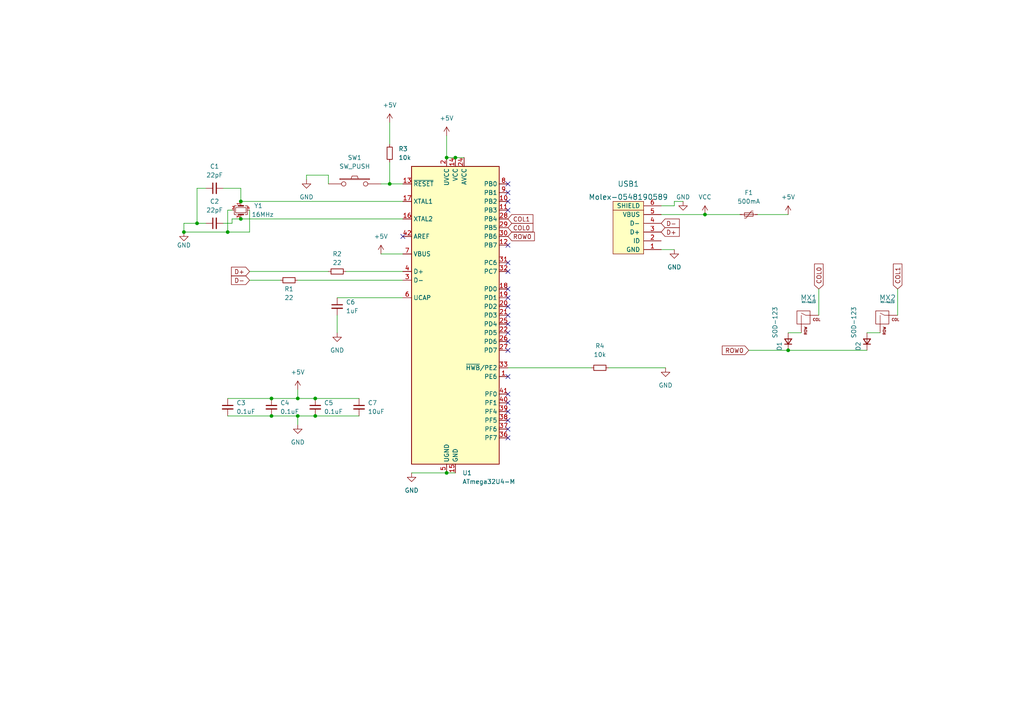
<source format=kicad_sch>
(kicad_sch (version 20211123) (generator eeschema)
  (paper "A4")
  (lib_symbols
    (symbol "Device:C_Small" (pin_numbers hide) (pin_names (offset 0.254) hide)
      (property "Reference" "C" (at 0.254 1.778 0))
      (property "Value" "C_Small" (at 0.254 -2.032 0))
      (symbol "C_Small_0_1"
        (polyline (pts (xy -1.524 -0.508) (xy 1.524 -0.508)) (stroke (width 0.3302)))
        (polyline (pts (xy -1.524 0.508) (xy 1.524 0.508)) (stroke (width 0.3048)))
      )
      (symbol "C_Small_1_1"
        (pin passive line (at 0 2.54 270) (length 2.032) (name "~") (number "1"))
        (pin passive line (at 0 -2.54 90) (length 2.032) (name "~") (number "2"))
      )
    )
    (symbol "Device:Crystal_GND24_Small" (pin_names (offset 1.016) hide)
      (property "Reference" "Y" (at 1.27 4.445 0))
      (property "Value" "Crystal_GND24_Small" (at 1.27 2.54 0))
      (symbol "Crystal_GND24_Small_0_1"
        (rectangle (start -0.762 -1.524) (end 0.762 1.524))
        (polyline (pts (xy -1.27 -0.762) (xy -1.27 0.762)) (stroke (width 0.381)))
        (polyline (pts (xy 1.27 -0.762) (xy 1.27 0.762)) (stroke (width 0.381)))
        (polyline (pts (xy -1.27 -1.27) (xy -1.27 -1.905) (xy 1.27 -1.905) (xy 1.27 -1.27)))
        (polyline (pts (xy -1.27 1.27) (xy -1.27 1.905) (xy 1.27 1.905) (xy 1.27 1.27)))
      )
      (symbol "Crystal_GND24_Small_1_1"
        (pin passive line (at -2.54 0 0) (length 1.27) (name "1") (number "1"))
        (pin passive line (at 0 -2.54 90) (length 0.635) (name "2") (number "2"))
        (pin passive line (at 2.54 0 180) (length 1.27) (name "3") (number "3"))
        (pin passive line (at 0 2.54 270) (length 0.635) (name "4") (number "4"))
      )
    )
    (symbol "Device:D_Small" (pin_numbers hide) (pin_names (offset 0.254) hide)
      (property "Reference" "D" (at -1.27 2.032 0))
      (property "Value" "D_Small" (at -3.81 -2.032 0))
      (symbol "D_Small_0_1"
        (polyline (pts (xy -0.762 -1.016) (xy -0.762 1.016)) (stroke (width 0.254)))
        (polyline (pts (xy -0.762 0) (xy 0.762 0)))
        (polyline (pts (xy 0.762 -1.016) (xy -0.762 0) (xy 0.762 1.016) (xy 0.762 -1.016)) (stroke (width 0.254)))
      )
      (symbol "D_Small_1_1"
        (pin passive line (at -2.54 0 0) (length 1.778) (name "K") (number "1"))
        (pin passive line (at 2.54 0 180) (length 1.778) (name "A") (number "2"))
      )
    )
    (symbol "Device:Polyfuse_Small" (pin_numbers hide) (pin_names (offset 0))
      (property "Reference" "F" (at -1.905 0 90))
      (property "Value" "Polyfuse_Small" (at 1.905 0 90))
      (symbol "Polyfuse_Small_0_1"
        (rectangle (start -0.508 1.27) (end 0.508 -1.27))
        (polyline (pts (xy 0 2.54) (xy 0 -2.54)))
        (polyline (pts (xy -1.016 1.27) (xy -1.016 0.762) (xy 1.016 -0.762) (xy 1.016 -1.27)))
      )
      (symbol "Polyfuse_Small_1_1"
        (pin passive line (at 0 2.54 270) (length 0.635) (name "~") (number "1"))
        (pin passive line (at 0 -2.54 90) (length 0.635) (name "~") (number "2"))
      )
    )
    (symbol "Device:R_Small" (pin_numbers hide) (pin_names (offset 0.254) hide)
      (property "Reference" "R" (at 0.762 0.508 0))
      (property "Value" "R_Small" (at 0.762 -1.016 0))
      (symbol "R_Small_0_1"
        (rectangle (start -0.762 1.778) (end 0.762 -1.778) (stroke (width 0.2032)))
      )
      (symbol "R_Small_1_1"
        (pin passive line (at 0 2.54 270) (length 0.762) (name "~") (number "1"))
        (pin passive line (at 0 -2.54 90) (length 0.762) (name "~") (number "2"))
      )
    )
    (symbol "MCU_Microchip_ATmega:ATmega32U4-A"
      (property "Reference" "U" (at -12.7 44.45 0))
      (property "Value" "ATmega32U4-A" (at 2.54 -44.45 0))
      (symbol "ATmega32U4-A_0_1"
        (rectangle (start -12.7 -43.18) (end 12.7 43.18) (stroke (width 0.254)) (fill (type background)))
      )
      (symbol "ATmega32U4-A_1_1"
        (pin bidirectional line (at 15.24 -17.78 180) (length 2.54) (name "PE6") (number "1"))
        (pin bidirectional line (at 15.24 33.02 180) (length 2.54) (name "PB2") (number "10"))
        (pin bidirectional line (at 15.24 30.48 180) (length 2.54) (name "PB3") (number "11"))
        (pin bidirectional line (at 15.24 20.32 180) (length 2.54) (name "PB7") (number "12"))
        (pin input line (at -15.24 38.1 0) (length 2.54) (name "~{RESET}") (number "13"))
        (pin power_in line (at 0 45.72 270) (length 2.54) (name "VCC") (number "14"))
        (pin power_in line (at 0 -45.72 90) (length 2.54) (name "GND") (number "15"))
        (pin output line (at -15.24 27.94 0) (length 2.54) (name "XTAL2") (number "16"))
        (pin input line (at -15.24 33.02 0) (length 2.54) (name "XTAL1") (number "17"))
        (pin bidirectional line (at 15.24 7.62 180) (length 2.54) (name "PD0") (number "18"))
        (pin bidirectional line (at 15.24 5.08 180) (length 2.54) (name "PD1") (number "19"))
        (pin power_in line (at -2.54 45.72 270) (length 2.54) (name "UVCC") (number "2"))
        (pin bidirectional line (at 15.24 2.54 180) (length 2.54) (name "PD2") (number "20"))
        (pin bidirectional line (at 15.24 0 180) (length 2.54) (name "PD3") (number "21"))
        (pin bidirectional line (at 15.24 -5.08 180) (length 2.54) (name "PD5") (number "22"))
        (pin passive line (at 0 -45.72 90) (length 2.54) hide (name "GND") (number "23"))
        (pin power_in line (at 2.54 45.72 270) (length 2.54) (name "AVCC") (number "24"))
        (pin bidirectional line (at 15.24 -2.54 180) (length 2.54) (name "PD4") (number "25"))
        (pin bidirectional line (at 15.24 -7.62 180) (length 2.54) (name "PD6") (number "26"))
        (pin bidirectional line (at 15.24 -10.16 180) (length 2.54) (name "PD7") (number "27"))
        (pin bidirectional line (at 15.24 27.94 180) (length 2.54) (name "PB4") (number "28"))
        (pin bidirectional line (at 15.24 25.4 180) (length 2.54) (name "PB5") (number "29"))
        (pin bidirectional line (at -15.24 10.16 0) (length 2.54) (name "D-") (number "3"))
        (pin bidirectional line (at 15.24 22.86 180) (length 2.54) (name "PB6") (number "30"))
        (pin bidirectional line (at 15.24 15.24 180) (length 2.54) (name "PC6") (number "31"))
        (pin bidirectional line (at 15.24 12.7 180) (length 2.54) (name "PC7") (number "32"))
        (pin bidirectional line (at 15.24 -15.24 180) (length 2.54) (name "~{HWB}/PE2") (number "33"))
        (pin passive line (at 0 45.72 270) (length 2.54) hide (name "VCC") (number "34"))
        (pin passive line (at 0 -45.72 90) (length 2.54) hide (name "GND") (number "35"))
        (pin bidirectional line (at 15.24 -35.56 180) (length 2.54) (name "PF7") (number "36"))
        (pin bidirectional line (at 15.24 -33.02 180) (length 2.54) (name "PF6") (number "37"))
        (pin bidirectional line (at 15.24 -30.48 180) (length 2.54) (name "PF5") (number "38"))
        (pin bidirectional line (at 15.24 -27.94 180) (length 2.54) (name "PF4") (number "39"))
        (pin bidirectional line (at -15.24 12.7 0) (length 2.54) (name "D+") (number "4"))
        (pin bidirectional line (at 15.24 -25.4 180) (length 2.54) (name "PF1") (number "40"))
        (pin bidirectional line (at 15.24 -22.86 180) (length 2.54) (name "PF0") (number "41"))
        (pin passive line (at -15.24 22.86 0) (length 2.54) (name "AREF") (number "42"))
        (pin passive line (at 0 -45.72 90) (length 2.54) hide (name "GND") (number "43"))
        (pin passive line (at 2.54 45.72 270) (length 2.54) hide (name "AVCC") (number "44"))
        (pin passive line (at -2.54 -45.72 90) (length 2.54) (name "UGND") (number "5"))
        (pin passive line (at -15.24 5.08 0) (length 2.54) (name "UCAP") (number "6"))
        (pin input line (at -15.24 17.78 0) (length 2.54) (name "VBUS") (number "7"))
        (pin bidirectional line (at 15.24 38.1 180) (length 2.54) (name "PB0") (number "8"))
        (pin bidirectional line (at 15.24 35.56 180) (length 2.54) (name "PB1") (number "9"))
      )
    )
    (symbol "MX_Alps_Hybrid:MX-NoLED" (pin_names (offset 1.016))
      (property "Reference" "MX" (at -0.635 3.81 0))
      (property "Value" "MX-NoLED" (at -0.635 1.27 0))
      (symbol "MX-NoLED_0_0"
        (rectangle (start -2.54 2.54) (end 1.27 -1.27))
        (polyline (pts (xy -1.27 -1.27) (xy -1.27 1.27)) (stroke (width 0.127)))
        (polyline (pts (xy 1.27 1.27) (xy 0 1.27) (xy -1.27 1.905)) (stroke (width 0.127)))
        (text "COL" (at 3.175 0 0) (effects (font (size 0.762 0.762))))
        (text "ROW" (at 0 -1.905 900) (effects (font (size 0.762 0.762)) (justify right)))
      )
      (symbol "MX-NoLED_1_1"
        (pin passive line (at 3.81 1.27 180) (length 2.54) (name "COL") (number "1"))
        (pin passive line (at -1.27 -3.81 90) (length 2.54) (name "ROW") (number "2"))
      )
    )
    (symbol "keyboard_parts:SW_PUSH" (pin_numbers hide) (pin_names (offset 1.016) hide)
      (property "Reference" "SW" (at 3.81 2.794 0))
      (property "Value" "SW_PUSH" (at 0 -2.032 0))
      (symbol "SW_PUSH_0_1"
        (rectangle (start -4.318 1.27) (end 4.318 1.524))
        (polyline (pts (xy -1.016 1.524) (xy -0.762 2.286) (xy 0.762 2.286) (xy 1.016 1.524)))
        (pin passive inverted (at -7.62 0 0) (length 5.08) (name "1") (number "1"))
        (pin passive inverted (at 7.62 0 180) (length 5.08) (name "2") (number "2"))
      )
    )
    (symbol "power:+5V" (power) (pin_names (offset 0))
      (property "Value" "+5V" (at 0 3.556 0))
      (symbol "+5V_0_1"
        (polyline (pts (xy -0.762 1.27) (xy 0 2.54)))
        (polyline (pts (xy 0 0) (xy 0 2.54)))
        (polyline (pts (xy 0 2.54) (xy 0.762 1.27)))
      )
      (symbol "+5V_1_1"
        (pin power_in line (at 0 0 90) (length 0) hide (name "+5V") (number "1"))
      )
    )
    (symbol "power:GND" (power) (pin_names (offset 0))
      (property "Value" "GND" (at 0 -3.81 0))
      (symbol "GND_0_1"
        (polyline (pts (xy 0 0) (xy 0 -1.27) (xy 1.27 -1.27) (xy 0 -2.54) (xy -1.27 -1.27) (xy 0 -1.27)))
      )
      (symbol "GND_1_1"
        (pin power_in line (at 0 0 270) (length 0) hide (name "GND") (number "1"))
      )
    )
    (symbol "power:VCC" (power) (pin_names (offset 0))
      (property "Value" "VCC" (at 0 3.81 0))
      (symbol "VCC_0_1"
        (polyline (pts (xy -0.762 1.27) (xy 0 2.54)))
        (polyline (pts (xy 0 0) (xy 0 2.54)))
        (polyline (pts (xy 0 2.54) (xy 0.762 1.27)))
      )
      (symbol "VCC_1_1"
        (pin power_in line (at 0 0 90) (length 0) hide (name "VCC") (number "1"))
      )
    )
    (symbol "random-keyboard-parts:Molex-0548190589" (pin_names (offset 1.016))
      (property "Reference" "USB" (at 0 7.62 0))
      (property "Value" "Molex-0548190589" (at 0 10.16 0))
      (symbol "Molex-0548190589_0_0"
        (polyline (pts (xy 6.35 -2.54) (xy 6.35 6.35)))
        (rectangle (start 8.89 -2.54) (end -6.35 6.35) (fill (type background)))
      )
      (symbol "Molex-0548190589_1_1"
        (pin input line (at -5.08 -7.62 90) (length 5.08) (name "GND") (number "1"))
        (pin input line (at -2.54 -7.62 90) (length 5.08) (name "ID") (number "2"))
        (pin input line (at 0 -7.62 90) (length 5.08) (name "D+") (number "3"))
        (pin input line (at 2.54 -7.62 90) (length 5.08) (name "D-") (number "4"))
        (pin input line (at 5.08 -7.62 90) (length 5.08) (name "VBUS") (number "5"))
        (pin input line (at 7.62 -7.62 90) (length 5.08) (name "SHIELD") (number "6"))
      )
    )
  )
  (junction (at 91.44 115.57))
  (junction (at 86.36 115.57))
  (junction (at 228.6 101.6))
  (junction (at 69.85 58.42))
  (junction (at 204.47 62.23))
  (junction (at 129.54 45.72))
  (junction (at 53.34 67.31))
  (junction (at 129.54 137.16))
  (junction (at 57.15 64.77))
  (junction (at 78.74 115.57))
  (junction (at 78.74 120.65))
  (junction (at 86.36 120.65))
  (junction (at 66.04 67.31))
  (junction (at 113.03 53.34))
  (junction (at 132.08 45.72))
  (junction (at 69.85 63.5))
  (junction (at 91.44 120.65))
  (no_connect (at 147.32 78.74))
  (no_connect (at 147.32 109.22))
  (no_connect (at 147.32 86.36))
  (no_connect (at 147.32 53.34))
  (no_connect (at 147.32 124.46))
  (no_connect (at 147.32 127))
  (no_connect (at 147.32 76.2))
  (no_connect (at 147.32 55.88))
  (no_connect (at 147.32 99.06))
  (no_connect (at 147.32 60.96))
  (no_connect (at 116.84 68.58))
  (no_connect (at 147.32 58.42))
  (no_connect (at 147.32 96.52))
  (no_connect (at 147.32 101.6))
  (no_connect (at 147.32 91.44))
  (no_connect (at 147.32 83.82))
  (no_connect (at 147.32 88.9))
  (no_connect (at 147.32 93.98))
  (no_connect (at 147.32 114.3))
  (no_connect (at 147.32 71.12))
  (no_connect (at 147.32 121.92))
  (no_connect (at 147.32 116.84))
  (no_connect (at 147.32 119.38))
  (wire (pts (xy 67.31 64.77) (xy 64.77 64.77)))
  (wire (pts (xy 195.58 59.69) (xy 195.58 58.42)))
  (wire (pts (xy 113.03 53.34) (xy 116.84 53.34)))
  (wire (pts (xy 191.77 59.69) (xy 195.58 59.69)))
  (wire (pts (xy 69.85 63.5) (xy 116.84 63.5)))
  (wire (pts (xy 67.31 60.96) (xy 66.04 60.96)))
  (wire (pts (xy 66.04 67.31) (xy 72.39 67.31)))
  (wire (pts (xy 228.6 101.6) (xy 251.46 101.6)))
  (wire (pts (xy 260.35 83.82) (xy 260.35 91.44)))
  (wire (pts (xy 86.36 81.28) (xy 116.84 81.28)))
  (wire (pts (xy 97.79 91.44) (xy 97.79 96.52)))
  (wire (pts (xy 53.34 67.31) (xy 66.04 67.31)))
  (wire (pts (xy 129.54 39.37) (xy 129.54 45.72)))
  (wire (pts (xy 204.47 62.23) (xy 214.63 62.23)))
  (wire (pts (xy 132.08 45.72) (xy 134.62 45.72)))
  (wire (pts (xy 88.9 50.8) (xy 88.9 52.07)))
  (wire (pts (xy 59.69 54.61) (xy 57.15 54.61)))
  (wire (pts (xy 66.04 60.96) (xy 66.04 67.31)))
  (wire (pts (xy 86.36 115.57) (xy 91.44 115.57)))
  (wire (pts (xy 195.58 58.42) (xy 198.12 58.42)))
  (wire (pts (xy 69.85 58.42) (xy 116.84 58.42)))
  (wire (pts (xy 72.39 60.96) (xy 72.39 67.31)))
  (wire (pts (xy 228.6 96.52) (xy 232.41 96.52)))
  (wire (pts (xy 53.34 64.77) (xy 53.34 67.31)))
  (wire (pts (xy 78.74 115.57) (xy 86.36 115.57)))
  (wire (pts (xy 78.74 120.65) (xy 86.36 120.65)))
  (wire (pts (xy 91.44 115.57) (xy 104.14 115.57)))
  (wire (pts (xy 72.39 81.28) (xy 81.28 81.28)))
  (wire (pts (xy 176.53 106.68) (xy 193.04 106.68)))
  (wire (pts (xy 119.38 137.16) (xy 129.54 137.16)))
  (wire (pts (xy 191.77 62.23) (xy 204.47 62.23)))
  (wire (pts (xy 113.03 35.56) (xy 113.03 41.91)))
  (wire (pts (xy 95.25 53.34) (xy 95.25 50.8)))
  (wire (pts (xy 66.04 120.65) (xy 78.74 120.65)))
  (wire (pts (xy 219.71 62.23) (xy 228.6 62.23)))
  (wire (pts (xy 251.46 96.52) (xy 255.27 96.52)))
  (wire (pts (xy 95.25 50.8) (xy 88.9 50.8)))
  (wire (pts (xy 110.49 73.66) (xy 116.84 73.66)))
  (wire (pts (xy 86.36 120.65) (xy 86.36 123.19)))
  (wire (pts (xy 67.31 63.5) (xy 67.31 64.77)))
  (wire (pts (xy 91.44 120.65) (xy 104.14 120.65)))
  (wire (pts (xy 97.79 86.36) (xy 116.84 86.36)))
  (wire (pts (xy 129.54 45.72) (xy 132.08 45.72)))
  (wire (pts (xy 147.32 106.68) (xy 171.45 106.68)))
  (wire (pts (xy 69.85 63.5) (xy 67.31 63.5)))
  (wire (pts (xy 110.49 53.34) (xy 113.03 53.34)))
  (wire (pts (xy 69.85 58.42) (xy 69.85 54.61)))
  (wire (pts (xy 237.49 83.82) (xy 237.49 91.44)))
  (wire (pts (xy 217.17 101.6) (xy 228.6 101.6)))
  (wire (pts (xy 59.69 64.77) (xy 57.15 64.77)))
  (wire (pts (xy 86.36 113.03) (xy 86.36 115.57)))
  (wire (pts (xy 64.77 54.61) (xy 69.85 54.61)))
  (wire (pts (xy 113.03 46.99) (xy 113.03 53.34)))
  (wire (pts (xy 86.36 120.65) (xy 91.44 120.65)))
  (wire (pts (xy 100.33 78.74) (xy 116.84 78.74)))
  (wire (pts (xy 191.77 72.39) (xy 195.58 72.39)))
  (wire (pts (xy 129.54 137.16) (xy 132.08 137.16)))
  (wire (pts (xy 57.15 54.61) (xy 57.15 64.77)))
  (wire (pts (xy 72.39 78.74) (xy 95.25 78.74)))
  (wire (pts (xy 66.04 115.57) (xy 78.74 115.57)))
  (wire (pts (xy 53.34 64.77) (xy 57.15 64.77)))
  (global_label "D-" (shape input) (at 191.77 64.77 0) (property "Intersheet References" "${INTERSHEET_REFS}" (effects hide)))
  (global_label "D+" (shape input) (at 191.77 67.31 0) (property "Intersheet References" "${INTERSHEET_REFS}" (effects hide)))
  (global_label "COL1" (shape input) (at 147.32 63.5 0) (property "Intersheet References" "${INTERSHEET_REFS}" (effects hide)))
  (global_label "ROW0" (shape input) (at 217.17 101.6 180) (property "Intersheet References" "${INTERSHEET_REFS}" (effects hide)))
  (global_label "ROW0" (shape input) (at 147.32 68.58 0) (property "Intersheet References" "${INTERSHEET_REFS}" (effects hide)))
  (global_label "D+" (shape input) (at 72.39 78.74 180) (property "Intersheet References" "${INTERSHEET_REFS}" (effects hide)))
  (global_label "D-" (shape input) (at 72.39 81.28 180) (property "Intersheet References" "${INTERSHEET_REFS}" (effects hide)))
  (global_label "COL1" (shape input) (at 260.35 83.82 90) (property "Intersheet References" "${INTERSHEET_REFS}" (effects hide)))
  (global_label "COL0" (shape input) (at 147.32 66.04 0) (property "Intersheet References" "${INTERSHEET_REFS}" (effects hide)))
  (global_label "COL0" (shape input) (at 237.49 83.82 90) (property "Intersheet References" "${INTERSHEET_REFS}" (effects hide)))
  (symbol (lib_id "power:+5V") (at 228.6 62.23 0) (unit 1)
    (property "Reference" "#PWR0104" (effects hide))
    (property "Value" "+5V" (at 228.6 57.15 0))
  )
  (symbol (lib_id "power:GND") (at 53.34 67.31 0) (unit 1)
    (property "Reference" "#PWR0101" (effects hide))
    (property "Value" "GND" (at 53.34 71.12 0))
  )
  (symbol (lib_id "Device:C_Small") (at 62.23 54.61 90) (unit 1)
    (property "Reference" "C1" (at 62.2363 48.26 90))
    (property "Value" "22pF" (at 62.2363 50.8 90))
    (property "Footprint" "Capacitor_SMD:C_0805_2012Metric" (effects hide))
  )
  (symbol (lib_id "MX_Alps_Hybrid:MX-NoLED") (at 233.68 92.71 0) (unit 1)
    (property "Reference" "MX1" (at 234.5656 86.36 0) (effects (font (size 1.524 1.524))))
    (property "Value" "MX-NoLED" (at 234.5656 87.63 0) (effects (font (size 0.508 0.508))))
    (property "Footprint" "MX_Only:MXOnly-1U-Hotswap" (effects hide))
  )
  (symbol (lib_id "Device:Crystal_GND24_Small") (at 69.85 60.96 270) (unit 1)
    (property "Reference" "Y1" (at 74.93 59.69 90))
    (property "Value" "16MHz" (at 76.2 62.23 90))
    (property "Footprint" "Crystal:Crystal_SMD_3225-4Pin_3.2x2.5mm" (effects hide))
  )
  (symbol (lib_id "Device:R_Small") (at 113.03 44.45 0) (unit 1)
    (property "Reference" "R3" (at 115.57 43.1799 0) (effects (justify left)))
    (property "Value" "10k" (at 115.57 45.7199 0) (effects (justify left)))
    (property "Footprint" "Resistor_SMD:R_0805_2012Metric" (effects hide))
  )
  (symbol (lib_id "power:GND") (at 97.79 96.52 0) (unit 1)
    (property "Reference" "#PWR0108" (effects hide))
    (property "Value" "GND" (at 97.79 101.6 0))
  )
  (symbol (lib_id "power:GND") (at 193.04 106.68 0) (unit 1)
    (property "Reference" "#PWR0105" (effects hide))
    (property "Value" "GND" (at 193.04 111.76 0))
  )
  (symbol (lib_id "MCU_Microchip_ATmega:ATmega32U4-A") (at 132.08 91.44 0) (unit 1)
    (property "Reference" "U1" (at 134.0994 137.16 0) (effects (justify left)))
    (property "Value" "ATmega32U4-M" (at 134.0994 139.7 0) (effects (justify left)))
    (property "Footprint" "Package_DFN_QFN:QFN-44-1EP_7x7mm_P0.5mm_EP5.2x5.2mm" (effects hide))
    (property "Datasheet" "http://ww1.microchip.com/downloads/en/DeviceDoc/Atmel-7766-8-bit-AVR-ATmega16U4-32U4_Datasheet.pdf" (effects hide))
  )
  (symbol (lib_id "power:+5V") (at 110.49 73.66 0) (unit 1)
    (property "Reference" "#PWR0112" (effects hide))
    (property "Value" "+5V" (at 110.49 68.58 0))
  )
  (symbol (lib_id "Device:C_Small") (at 78.74 118.11 0) (unit 1)
    (property "Reference" "C4" (at 81.28 116.8462 0) (effects (justify left)))
    (property "Value" "0.1uF" (at 81.28 119.3862 0) (effects (justify left)))
    (property "Footprint" "Capacitor_SMD:C_0805_2012Metric" (effects hide))
  )
  (symbol (lib_id "Device:C_Small") (at 66.04 118.11 0) (unit 1)
    (property "Reference" "C3" (at 68.58 116.8462 0) (effects (justify left)))
    (property "Value" "0.1uF" (at 68.58 119.3862 0) (effects (justify left)))
    (property "Footprint" "Capacitor_SMD:C_0805_2012Metric" (effects hide))
  )
  (symbol (lib_id "power:+5V") (at 113.03 35.56 0) (unit 1)
    (property "Reference" "#PWR0113" (effects hide))
    (property "Value" "+5V" (at 113.03 30.48 0))
  )
  (symbol (lib_id "power:GND") (at 195.58 72.39 0) (unit 1)
    (property "Reference" "#PWR0106" (effects hide))
    (property "Value" "GND" (at 195.58 77.47 0))
  )
  (symbol (lib_id "Device:C_Small") (at 91.44 118.11 0) (unit 1)
    (property "Reference" "C5" (at 93.98 116.8462 0) (effects (justify left)))
    (property "Value" "0.1uF" (at 93.98 119.3862 0) (effects (justify left)))
    (property "Footprint" "Capacitor_SMD:C_0805_2012Metric" (effects hide))
  )
  (symbol (lib_id "Device:R_Small") (at 173.99 106.68 90) (unit 1)
    (property "Reference" "R4" (at 173.99 100.33 90))
    (property "Value" "10k" (at 173.99 102.87 90))
    (property "Footprint" "Resistor_SMD:R_0805_2012Metric" (effects hide))
  )
  (symbol (lib_id "Device:C_Small") (at 97.79 88.9 0) (unit 1)
    (property "Reference" "C6" (at 100.33 87.6362 0) (effects (justify left)))
    (property "Value" "1uF" (at 100.33 90.1762 0) (effects (justify left)))
    (property "Footprint" "Capacitor_SMD:C_0805_2012Metric" (effects hide))
  )
  (symbol (lib_id "power:GND") (at 198.12 58.42 0) (unit 1)
    (property "Reference" "#PWR0107" (effects hide))
    (property "Value" "GND" (at 198.12 57.15 0))
  )
  (symbol (lib_id "Device:Polyfuse_Small") (at 217.17 62.23 90) (unit 1)
    (property "Reference" "F1" (at 217.17 55.88 90))
    (property "Value" "500mA" (at 217.17 58.42 90))
    (property "Footprint" "Fuse:Fuse_1206_3216Metric" (effects hide))
  )
  (symbol (lib_id "power:+5V") (at 86.36 113.03 0) (unit 1)
    (property "Reference" "#PWR0110" (effects hide))
    (property "Value" "+5V" (at 86.36 107.95 0))
  )
  (symbol (lib_id "Device:D_Small") (at 228.6 99.06 90) (unit 1)
    (property "Reference" "D1" (at 226.06 99.06 0) (effects (justify right)))
    (property "Value" "SOD-123" (at 224.79 88.9 0) (effects (justify right)))
    (property "Footprint" "Diode_SMD:D_SOD-123" (effects hide))
  )
  (symbol (lib_id "Device:D_Small") (at 251.46 99.06 90) (unit 1)
    (property "Reference" "D2" (at 248.92 99.06 0) (effects (justify right)))
    (property "Value" "SOD-123" (at 247.65 88.9 0) (effects (justify right)))
    (property "Footprint" "Diode_SMD:D_SOD-123" (effects hide))
  )
  (symbol (lib_id "power:GND") (at 86.36 123.19 0) (unit 1)
    (property "Reference" "#PWR0109" (effects hide))
    (property "Value" "GND" (at 86.36 128.27 0))
  )
  (symbol (lib_id "Device:C_Small") (at 62.23 64.77 90) (unit 1)
    (property "Reference" "C2" (at 62.2363 58.42 90))
    (property "Value" "22pF" (at 62.2363 60.96 90))
    (property "Footprint" "Capacitor_SMD:C_0805_2012Metric" (effects hide))
  )
  (symbol (lib_id "power:GND") (at 119.38 137.16 0) (unit 1)
    (property "Reference" "#PWR0102" (effects hide))
    (property "Value" "GND" (at 119.38 142.24 0))
  )
  (symbol (lib_id "power:GND") (at 88.9 52.07 0) (unit 1)
    (property "Reference" "#PWR0111" (effects hide))
    (property "Value" "GND" (at 88.9 57.15 0))
  )
  (symbol (lib_id "MX_Alps_Hybrid:MX-NoLED") (at 256.54 92.71 0) (unit 1)
    (property "Reference" "MX2" (at 257.4256 86.36 0) (effects (font (size 1.524 1.524))))
    (property "Value" "MX-NoLED" (at 257.4256 87.63 0) (effects (font (size 0.508 0.508))))
    (property "Footprint" "MX_Only:MXOnly-1U-Hotswap" (effects hide))
  )
  (symbol (lib_id "Device:R_Small") (at 97.79 78.74 90) (unit 1)
    (property "Reference" "R2" (at 97.79 73.66 90))
    (property "Value" "22" (at 97.79 76.2 90))
    (property "Footprint" "Resistor_SMD:R_0805_2012Metric" (effects hide))
  )
  (symbol (lib_id "power:+5V") (at 129.54 39.37 0) (unit 1)
    (property "Reference" "#PWR0114" (effects hide))
    (property "Value" "+5V" (at 129.54 34.29 0))
  )
  (symbol (lib_id "Device:C_Small") (at 104.14 118.11 0) (unit 1)
    (property "Reference" "C7" (at 106.68 116.8462 0) (effects (justify left)))
    (property "Value" "10uF" (at 106.68 119.3862 0) (effects (justify left)))
    (property "Footprint" "Capacitor_SMD:C_0805_2012Metric" (effects hide))
  )
  (symbol (lib_id "Device:R_Small") (at 83.82 81.28 90) (unit 1)
    (property "Reference" "R1" (at 83.82 83.82 90))
    (property "Value" "22" (at 83.82 86.36 90))
    (property "Footprint" "Resistor_SMD:R_0805_2012Metric" (effects hide))
  )
  (symbol (lib_id "random-keyboard-parts:Molex-0548190589") (at 184.15 67.31 90) (unit 1)
    (property "Reference" "USB1" (at 182.245 53.34 90) (effects (font (size 1.524 1.524))))
    (property "Value" "Molex-0548190589" (at 182.245 57.15 90) (effects (font (size 1.524 1.524))))
    (property "Footprint" "random-keyboard-parts:Molex-0548190589" (effects hide))
  )
  (symbol (lib_id "keyboard_parts:SW_PUSH") (at 102.87 53.34 0) (unit 1)
    (property "Reference" "SW1" (at 102.87 45.72 0))
    (property "Value" "SW_PUSH" (at 102.87 48.26 0))
    (property "Footprint" "random-keyboard-parts:SKQG-1155865" (effects hide))
  )
  (symbol (lib_id "power:VCC") (at 204.47 62.23 0) (unit 1)
    (property "Reference" "#PWR0103" (effects hide))
    (property "Value" "VCC" (at 204.47 57.15 0))
  )
)
</source>
